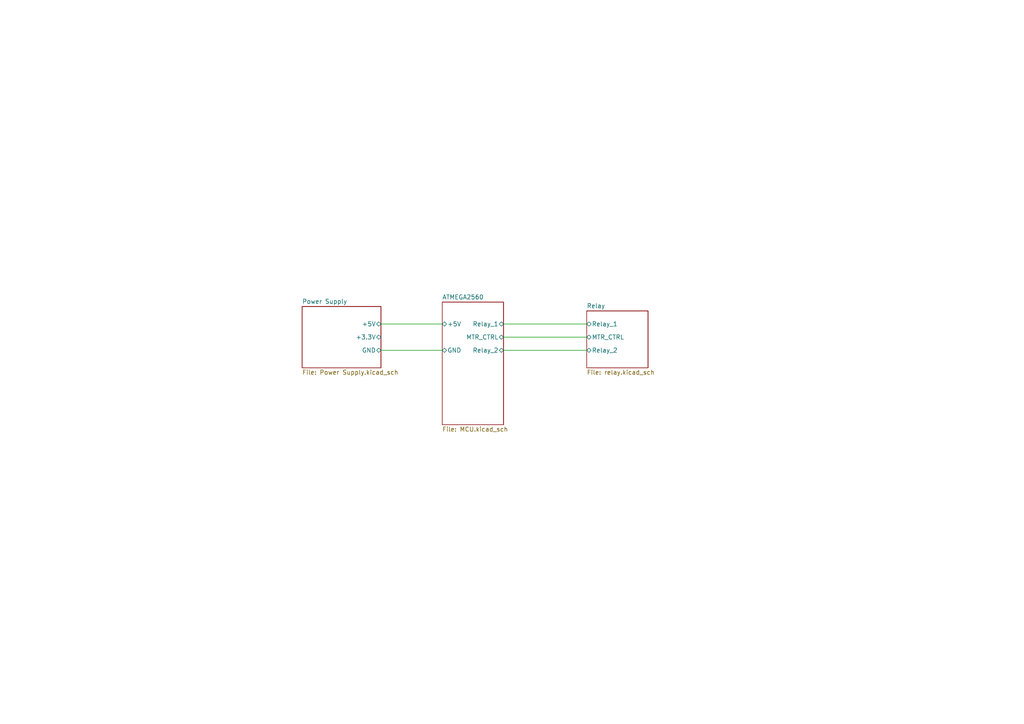
<source format=kicad_sch>
(kicad_sch (version 20230121) (generator eeschema)

  (uuid 9962467c-5981-4f6d-a8e0-b5534b13e1af)

  (paper "A4")

  (lib_symbols
  )


  (wire (pts (xy 146.05 101.6) (xy 170.18 101.6))
    (stroke (width 0) (type default))
    (uuid 27126a62-3330-49f6-9cc5-c6d6eefd106b)
  )
  (wire (pts (xy 110.49 101.6) (xy 128.27 101.6))
    (stroke (width 0) (type default))
    (uuid 2817dc3e-10e2-4cd5-b823-21ef4314141a)
  )
  (wire (pts (xy 146.05 93.98) (xy 170.18 93.98))
    (stroke (width 0) (type default))
    (uuid 86802e47-33c9-462b-bc25-983965a044f9)
  )
  (wire (pts (xy 110.49 93.98) (xy 128.27 93.98))
    (stroke (width 0) (type default))
    (uuid 912b888e-5072-4eca-a651-5be10008fa47)
  )
  (wire (pts (xy 146.05 97.79) (xy 170.18 97.79))
    (stroke (width 0) (type default))
    (uuid afeb77bb-c1d0-4dd7-8598-c938298774bc)
  )

  (sheet (at 170.18 90.17) (size 17.78 16.51) (fields_autoplaced)
    (stroke (width 0.1524) (type solid))
    (fill (color 0 0 0 0.0000))
    (uuid 1748a4a9-cae4-49be-94cd-918e7d682196)
    (property "Sheetname" "Relay" (at 170.18 89.4584 0)
      (effects (font (size 1.27 1.27)) (justify left bottom))
    )
    (property "Sheetfile" "relay.kicad_sch" (at 170.18 107.2646 0)
      (effects (font (size 1.27 1.27)) (justify left top))
    )
    (pin "Relay_1" bidirectional (at 170.18 93.98 180)
      (effects (font (size 1.27 1.27)) (justify left))
      (uuid 97d3e8b0-c09c-4f9d-8534-02ccf8879475)
    )
    (pin "Relay_2" bidirectional (at 170.18 101.6 180)
      (effects (font (size 1.27 1.27)) (justify left))
      (uuid 955c8a18-ecdd-4941-a893-26c3093db701)
    )
    (pin "MTR_CTRL" bidirectional (at 170.18 97.79 180)
      (effects (font (size 1.27 1.27)) (justify left))
      (uuid 11007887-ce1c-4e1b-a44a-023e8c54675d)
    )
    (instances
      (project "Datalogger"
        (path "/9962467c-5981-4f6d-a8e0-b5534b13e1af" (page "4"))
      )
    )
  )

  (sheet (at 87.63 88.9) (size 22.86 17.78) (fields_autoplaced)
    (stroke (width 0.1524) (type solid))
    (fill (color 0 0 0 0.0000))
    (uuid 1c63b030-1338-4c8f-b90e-7cfa0706ad96)
    (property "Sheetname" "Power Supply" (at 87.63 88.1884 0)
      (effects (font (size 1.27 1.27)) (justify left bottom))
    )
    (property "Sheetfile" "Power Supply.kicad_sch" (at 87.63 107.2646 0)
      (effects (font (size 1.27 1.27)) (justify left top))
    )
    (pin "+3.3V" bidirectional (at 110.49 97.79 0)
      (effects (font (size 1.27 1.27)) (justify right))
      (uuid d0d86774-f961-47f2-9c35-f9698ca38520)
    )
    (pin "GND" bidirectional (at 110.49 101.6 0)
      (effects (font (size 1.27 1.27)) (justify right))
      (uuid ab348d32-b868-4b11-8e8a-3dc86d49dba4)
    )
    (pin "+5V" bidirectional (at 110.49 93.98 0)
      (effects (font (size 1.27 1.27)) (justify right))
      (uuid 744deb2e-6bda-4950-a45f-af3a8bf9ead7)
    )
    (instances
      (project "Datalogger"
        (path "/9962467c-5981-4f6d-a8e0-b5534b13e1af" (page "2"))
      )
    )
  )

  (sheet (at 128.27 87.63) (size 17.78 35.56) (fields_autoplaced)
    (stroke (width 0.1524) (type solid))
    (fill (color 0 0 0 0.0000))
    (uuid ee878566-5439-457f-ab48-c4229bf066b8)
    (property "Sheetname" "ATMEGA2560" (at 128.27 86.9184 0)
      (effects (font (size 1.27 1.27)) (justify left bottom))
    )
    (property "Sheetfile" "MCU.kicad_sch" (at 128.27 123.7746 0)
      (effects (font (size 1.27 1.27)) (justify left top))
    )
    (pin "GND" bidirectional (at 128.27 101.6 180)
      (effects (font (size 1.27 1.27)) (justify left))
      (uuid 3acf1c6b-35b8-4a34-9baa-46e7372324f0)
    )
    (pin "+5V" bidirectional (at 128.27 93.98 180)
      (effects (font (size 1.27 1.27)) (justify left))
      (uuid 037151eb-4ad8-49b9-a9f9-18178ed523f0)
    )
    (pin "Relay_1" bidirectional (at 146.05 93.98 0)
      (effects (font (size 1.27 1.27)) (justify right))
      (uuid 16d4948c-8199-4351-a1c3-123ac075fc58)
    )
    (pin "Relay_2" bidirectional (at 146.05 101.6 0)
      (effects (font (size 1.27 1.27)) (justify right))
      (uuid 14a28e64-722b-4155-86d4-6856851f686a)
    )
    (pin "MTR_CTRL" bidirectional (at 146.05 97.79 0)
      (effects (font (size 1.27 1.27)) (justify right))
      (uuid ce917434-2780-46f1-a180-11f5ce2bbbe0)
    )
    (instances
      (project "Datalogger"
        (path "/9962467c-5981-4f6d-a8e0-b5534b13e1af" (page "3"))
      )
    )
  )

  (sheet_instances
    (path "/" (page "1"))
  )
)

</source>
